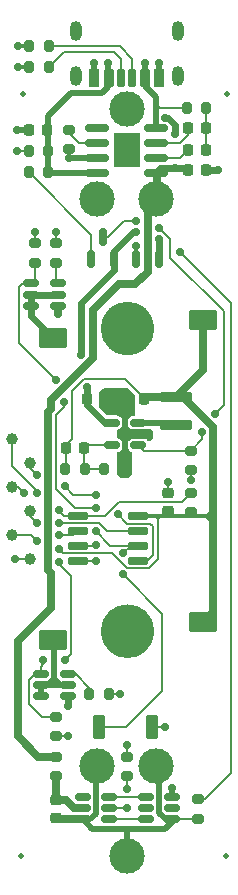
<source format=gbr>
%TF.GenerationSoftware,KiCad,Pcbnew,9.0.3*%
%TF.CreationDate,2025-11-14T23:12:01-05:00*%
%TF.ProjectId,Photon,50686f74-6f6e-42e6-9b69-6361645f7063,1.3*%
%TF.SameCoordinates,Original*%
%TF.FileFunction,Copper,L1,Top*%
%TF.FilePolarity,Positive*%
%FSLAX46Y46*%
G04 Gerber Fmt 4.6, Leading zero omitted, Abs format (unit mm)*
G04 Created by KiCad (PCBNEW 9.0.3) date 2025-11-14 23:12:01*
%MOMM*%
%LPD*%
G01*
G04 APERTURE LIST*
G04 Aperture macros list*
%AMRoundRect*
0 Rectangle with rounded corners*
0 $1 Rounding radius*
0 $2 $3 $4 $5 $6 $7 $8 $9 X,Y pos of 4 corners*
0 Add a 4 corners polygon primitive as box body*
4,1,4,$2,$3,$4,$5,$6,$7,$8,$9,$2,$3,0*
0 Add four circle primitives for the rounded corners*
1,1,$1+$1,$2,$3*
1,1,$1+$1,$4,$5*
1,1,$1+$1,$6,$7*
1,1,$1+$1,$8,$9*
0 Add four rect primitives between the rounded corners*
20,1,$1+$1,$2,$3,$4,$5,0*
20,1,$1+$1,$4,$5,$6,$7,0*
20,1,$1+$1,$6,$7,$8,$9,0*
20,1,$1+$1,$8,$9,$2,$3,0*%
G04 Aperture macros list end*
%TA.AperFunction,EtchedComponent*%
%ADD10C,2.259000*%
%TD*%
%TA.AperFunction,SMDPad,CuDef*%
%ADD11C,0.500000*%
%TD*%
%TA.AperFunction,SMDPad,CuDef*%
%ADD12RoundRect,0.218750X-0.218750X-0.256250X0.218750X-0.256250X0.218750X0.256250X-0.218750X0.256250X0*%
%TD*%
%TA.AperFunction,SMDPad,CuDef*%
%ADD13RoundRect,0.200000X-0.200000X-0.275000X0.200000X-0.275000X0.200000X0.275000X-0.200000X0.275000X0*%
%TD*%
%TA.AperFunction,SMDPad,CuDef*%
%ADD14RoundRect,0.150000X0.150000X-0.587500X0.150000X0.587500X-0.150000X0.587500X-0.150000X-0.587500X0*%
%TD*%
%TA.AperFunction,ComponentPad*%
%ADD15C,3.000000*%
%TD*%
%TA.AperFunction,SMDPad,CuDef*%
%ADD16RoundRect,0.150000X-0.725000X-0.150000X0.725000X-0.150000X0.725000X0.150000X-0.725000X0.150000X0*%
%TD*%
%TA.AperFunction,SMDPad,CuDef*%
%ADD17RoundRect,0.225000X0.225000X0.250000X-0.225000X0.250000X-0.225000X-0.250000X0.225000X-0.250000X0*%
%TD*%
%TA.AperFunction,SMDPad,CuDef*%
%ADD18C,1.000000*%
%TD*%
%TA.AperFunction,SMDPad,CuDef*%
%ADD19RoundRect,0.175000X0.175000X0.625000X-0.175000X0.625000X-0.175000X-0.625000X0.175000X-0.625000X0*%
%TD*%
%TA.AperFunction,SMDPad,CuDef*%
%ADD20RoundRect,0.200000X0.200000X0.600000X-0.200000X0.600000X-0.200000X-0.600000X0.200000X-0.600000X0*%
%TD*%
%TA.AperFunction,SMDPad,CuDef*%
%ADD21RoundRect,0.225000X0.225000X0.575000X-0.225000X0.575000X-0.225000X-0.575000X0.225000X-0.575000X0*%
%TD*%
%TA.AperFunction,HeatsinkPad*%
%ADD22O,1.000000X1.700000*%
%TD*%
%TA.AperFunction,SMDPad,CuDef*%
%ADD23RoundRect,0.150000X0.512500X0.150000X-0.512500X0.150000X-0.512500X-0.150000X0.512500X-0.150000X0*%
%TD*%
%TA.AperFunction,SMDPad,CuDef*%
%ADD24RoundRect,0.225000X-0.225000X-0.250000X0.225000X-0.250000X0.225000X0.250000X-0.225000X0.250000X0*%
%TD*%
%TA.AperFunction,SMDPad,CuDef*%
%ADD25RoundRect,0.225000X-0.250000X0.225000X-0.250000X-0.225000X0.250000X-0.225000X0.250000X0.225000X0*%
%TD*%
%TA.AperFunction,SMDPad,CuDef*%
%ADD26RoundRect,0.150000X-0.512500X-0.150000X0.512500X-0.150000X0.512500X0.150000X-0.512500X0.150000X0*%
%TD*%
%TA.AperFunction,SMDPad,CuDef*%
%ADD27RoundRect,0.200000X0.200000X0.275000X-0.200000X0.275000X-0.200000X-0.275000X0.200000X-0.275000X0*%
%TD*%
%TA.AperFunction,SMDPad,CuDef*%
%ADD28RoundRect,0.105000X-0.420000X-0.895000X0.420000X-0.895000X0.420000X0.895000X-0.420000X0.895000X0*%
%TD*%
%TA.AperFunction,SMDPad,CuDef*%
%ADD29RoundRect,0.200000X-0.275000X0.200000X-0.275000X-0.200000X0.275000X-0.200000X0.275000X0.200000X0*%
%TD*%
%TA.AperFunction,SMDPad,CuDef*%
%ADD30RoundRect,0.200000X0.275000X-0.200000X0.275000X0.200000X-0.275000X0.200000X-0.275000X-0.200000X0*%
%TD*%
%TA.AperFunction,SMDPad,CuDef*%
%ADD31RoundRect,0.120000X1.230000X-0.280000X1.230000X0.280000X-1.230000X0.280000X-1.230000X-0.280000X0*%
%TD*%
%TA.AperFunction,SMDPad,CuDef*%
%ADD32RoundRect,0.255000X0.945000X0.595000X-0.945000X0.595000X-0.945000X-0.595000X0.945000X-0.595000X0*%
%TD*%
%TA.AperFunction,SMDPad,CuDef*%
%ADD33RoundRect,0.225000X0.250000X-0.225000X0.250000X0.225000X-0.250000X0.225000X-0.250000X-0.225000X0*%
%TD*%
%TA.AperFunction,SMDPad,CuDef*%
%ADD34RoundRect,0.150000X-0.825000X-0.150000X0.825000X-0.150000X0.825000X0.150000X-0.825000X0.150000X0*%
%TD*%
%TA.AperFunction,HeatsinkPad*%
%ADD35R,2.290000X3.000000*%
%TD*%
%TA.AperFunction,ViaPad*%
%ADD36C,0.700000*%
%TD*%
%TA.AperFunction,Conductor*%
%ADD37C,0.200000*%
%TD*%
%TA.AperFunction,Conductor*%
%ADD38C,0.500000*%
%TD*%
%TA.AperFunction,Conductor*%
%ADD39C,0.600000*%
%TD*%
%TA.AperFunction,Conductor*%
%ADD40C,0.700000*%
%TD*%
%TA.AperFunction,Conductor*%
%ADD41C,0.300000*%
%TD*%
G04 APERTURE END LIST*
%TO.C,D5*%
D10*
X54088500Y-47017000D02*
G75*
G02*
X51829500Y-47017000I-1129500J0D01*
G01*
X51829500Y-47017000D02*
G75*
G02*
X54088500Y-47017000I1129500J0D01*
G01*
%TO.C,D6*%
X54088500Y-72644000D02*
G75*
G02*
X51829500Y-72644000I-1129500J0D01*
G01*
X51829500Y-72644000D02*
G75*
G02*
X54088500Y-72644000I1129500J0D01*
G01*
%TD*%
D11*
%TO.P,FID2,*%
%TO.N,*%
X61264800Y-91694000D03*
%TD*%
D12*
%TO.P,D2,2,A*%
%TO.N,/LED_PWR*%
X59613900Y-30073600D03*
%TO.P,D2,1,K*%
%TO.N,/STAT1*%
X58038900Y-30073600D03*
%TD*%
D13*
%TO.P,R7,2*%
%TO.N,/LED_PWR*%
X59631400Y-28315600D03*
%TO.P,R7,1*%
%TO.N,5V*%
X57981400Y-28315600D03*
%TD*%
D12*
%TO.P,D1,2,A*%
%TO.N,/LED_PWR*%
X59613900Y-31871600D03*
%TO.P,D1,1,K*%
%TO.N,/STAT2*%
X58038900Y-31871600D03*
%TD*%
D14*
%TO.P,Q1,3,D*%
%TO.N,/BUCK_EN*%
X50850800Y-39245300D03*
%TO.P,Q1,2,S*%
%TO.N,PACK_SAFE*%
X51800800Y-41120300D03*
%TO.P,Q1,1,G*%
%TO.N,/DSBL*%
X49900800Y-41120300D03*
%TD*%
D15*
%TO.P,BT1,2,-*%
%TO.N,/Bat-*%
X52878800Y-91668000D03*
X50378800Y-84068000D03*
X55378800Y-84068000D03*
%TO.P,BT1,1,+*%
%TO.N,/Bat+*%
X50378800Y-36068000D03*
X55378800Y-36068000D03*
X52878800Y-28468000D03*
%TD*%
D16*
%TO.P,U1,1,~{RESET}/PB5*%
%TO.N,/RESET*%
X48733000Y-62865000D03*
%TO.P,U1,2,PB3*%
%TO.N,/LED2_EN*%
X48733000Y-64135000D03*
%TO.P,U1,3,PB4*%
%TO.N,/LED1_EN*%
X48733000Y-65405000D03*
%TO.P,U1,4,GND*%
%TO.N,GND*%
X48733000Y-66675000D03*
%TO.P,U1,5,PB0*%
%TO.N,/MOSI*%
X53883000Y-66675000D03*
%TO.P,U1,6,PB1*%
%TO.N,/MISO_BTN*%
X53883000Y-65405000D03*
%TO.P,U1,7,PB2*%
%TO.N,/SCK*%
X53883000Y-64135000D03*
%TO.P,U1,8,VCC*%
%TO.N,+3V3*%
X53883000Y-62865000D03*
%TD*%
D17*
%TO.P,C2,1*%
%TO.N,GND*%
X51080000Y-52959000D03*
%TO.P,C2,2*%
%TO.N,PACK_SAFE*%
X49530000Y-52959000D03*
%TD*%
D18*
%TO.P,TP8,1,1*%
%TO.N,/MISO_BTN*%
X43200210Y-60447400D03*
%TD*%
D19*
%TO.P,J1,A5,CC1*%
%TO.N,/CC1*%
X53378800Y-25786000D03*
D20*
%TO.P,J1,A9,VBUS*%
%TO.N,5V*%
X51358800Y-25786000D03*
D21*
%TO.P,J1,A12,GND*%
%TO.N,GND*%
X50128800Y-25786000D03*
D19*
%TO.P,J1,B5,CC2*%
%TO.N,/CC2*%
X52378800Y-25786000D03*
D20*
%TO.P,J1,B9,VBUS*%
%TO.N,5V*%
X54398800Y-25786000D03*
D21*
%TO.P,J1,B12,GND*%
%TO.N,GND*%
X55628800Y-25786000D03*
D22*
%TO.P,J1,S1,SHIELD*%
X57198800Y-25606000D03*
X57198800Y-21806000D03*
X48558800Y-25606000D03*
X48558800Y-21806000D03*
%TD*%
D23*
%TO.P,U6,1,S1*%
%TO.N,/Bat-*%
X56763500Y-88580000D03*
%TO.P,U6,2,D1/D2*%
%TO.N,unconnected-(U6-D1{slash}D2-Pad2)*%
X56763500Y-87630000D03*
%TO.P,U6,3,S2*%
%TO.N,GND*%
X56763500Y-86680000D03*
%TO.P,U6,4,G2*%
%TO.N,/OC*%
X54488500Y-86680000D03*
%TO.P,U6,5,D1/D2*%
%TO.N,unconnected-(U6-D1{slash}D2-Pad5)*%
X54488500Y-87630000D03*
%TO.P,U6,6,G1*%
%TO.N,/OD*%
X54488500Y-88580000D03*
%TD*%
D17*
%TO.P,C4,1*%
%TO.N,/FB*%
X49302000Y-57150000D03*
%TO.P,C4,2*%
%TO.N,+3V3*%
X47752000Y-57150000D03*
%TD*%
D18*
%TO.P,TP7,1,1*%
%TO.N,/MOSI*%
X44717224Y-58412074D03*
%TD*%
D23*
%TO.P,U5,1,OD*%
%TO.N,/OD*%
X51429500Y-88580000D03*
%TO.P,U5,2,VM*%
%TO.N,/VM*%
X51429500Y-87630000D03*
%TO.P,U5,3,OC*%
%TO.N,/OC*%
X51429500Y-86680000D03*
%TO.P,U5,4,TD*%
%TO.N,unconnected-(U5-TD-Pad4)*%
X49154500Y-86680000D03*
%TO.P,U5,5,VCC*%
%TO.N,/DW01A_VCC*%
X49154500Y-87630000D03*
%TO.P,U5,6,GND*%
%TO.N,/Bat-*%
X49154500Y-88580000D03*
%TD*%
D13*
%TO.P,R9,1*%
%TO.N,/FB*%
X51004000Y-58928000D03*
%TO.P,R9,2*%
%TO.N,GND*%
X52654000Y-58928000D03*
%TD*%
D24*
%TO.P,C5,1*%
%TO.N,GND*%
X52832000Y-52959000D03*
%TO.P,C5,2*%
%TO.N,+3V3*%
X54382000Y-52959000D03*
%TD*%
D11*
%TO.P,FID3,*%
%TO.N,*%
X44145200Y-27127200D03*
%TD*%
D13*
%TO.P,R4,1*%
%TO.N,/DSBL*%
X44578000Y-33776500D03*
%TO.P,R4,2*%
%TO.N,5V*%
X46228000Y-33776500D03*
%TD*%
D25*
%TO.P,C1,1*%
%TO.N,GND*%
X56388000Y-60947000D03*
%TO.P,C1,2*%
%TO.N,+3V3*%
X56388000Y-62497000D03*
%TD*%
D26*
%TO.P,U4,1,EN*%
%TO.N,/LED1_EN*%
X44787428Y-43182724D03*
%TO.P,U4,2,OUT*%
%TO.N,/OUT_LED1*%
X44787428Y-44132724D03*
%TO.P,U4,3,OUT*%
X44787428Y-45082724D03*
%TO.P,U4,4,GND*%
%TO.N,GND*%
X47062428Y-45082724D03*
%TO.P,U4,5,OUT*%
%TO.N,/OUT_LED1*%
X47062428Y-44132724D03*
%TO.P,U4,6,Rext*%
%TO.N,/Rext1*%
X47062428Y-43182724D03*
%TD*%
D27*
%TO.P,R2,1*%
%TO.N,/CC2*%
X46291000Y-24892000D03*
%TO.P,R2,2*%
%TO.N,GND*%
X44641000Y-24892000D03*
%TD*%
%TO.P,R1,1*%
%TO.N,/CC1*%
X46291000Y-23114000D03*
%TO.P,R1,2*%
%TO.N,GND*%
X44641000Y-23114000D03*
%TD*%
D13*
%TO.P,R16,1*%
%TO.N,/Rext2*%
X49721000Y-77978000D03*
%TO.P,R16,2*%
%TO.N,GND*%
X51371000Y-77978000D03*
%TD*%
D28*
%TO.P,SW1,1,1*%
%TO.N,/MISO_BTN*%
X50546000Y-80772000D03*
%TO.P,SW1,2,2*%
%TO.N,GND*%
X54991000Y-80772000D03*
%TD*%
D18*
%TO.P,TP12,1,1*%
%TO.N,/SCK*%
X44742507Y-62482726D03*
%TD*%
D29*
%TO.P,R10,1*%
%TO.N,/Iset*%
X48006000Y-30163000D03*
%TO.P,R10,2*%
%TO.N,GND*%
X48006000Y-31813000D03*
%TD*%
D18*
%TO.P,TP9,1,1*%
%TO.N,+3V3*%
X43187568Y-64492769D03*
%TD*%
D30*
%TO.P,R12,1*%
%TO.N,/LED1_EN*%
X45085000Y-41455000D03*
%TO.P,R12,2*%
%TO.N,GND*%
X45085000Y-39805000D03*
%TD*%
D18*
%TO.P,TP13,1,1*%
%TO.N,/RESET*%
X43143297Y-56388000D03*
%TD*%
D14*
%TO.P,Q2,1,G*%
%TO.N,/BAT_DSBL*%
X53710800Y-41120300D03*
%TO.P,Q2,2,S*%
%TO.N,PACK_SAFE*%
X55610800Y-41120300D03*
%TO.P,Q2,3,D*%
%TO.N,/Bat+*%
X54660800Y-39245300D03*
%TD*%
D26*
%TO.P,U7,1,EN*%
%TO.N,/LED2_EN*%
X45617500Y-76247000D03*
%TO.P,U7,2,OUT*%
%TO.N,/OUT_LED2*%
X45617500Y-77197000D03*
%TO.P,U7,3,OUT*%
X45617500Y-78147000D03*
%TO.P,U7,4,GND*%
%TO.N,GND*%
X47892500Y-78147000D03*
%TO.P,U7,5,OUT*%
%TO.N,/OUT_LED2*%
X47892500Y-77197000D03*
%TO.P,U7,6,Rext*%
%TO.N,/Rext2*%
X47892500Y-76247000D03*
%TD*%
D29*
%TO.P,R14,1*%
%TO.N,/Bat+*%
X46888400Y-83249000D03*
%TO.P,R14,2*%
%TO.N,/DW01A_VCC*%
X46888400Y-84899000D03*
%TD*%
D30*
%TO.P,R18,1*%
%TO.N,+3V3*%
X58369200Y-62547000D03*
%TO.P,R18,2*%
%TO.N,/RESET*%
X58369200Y-60897000D03*
%TD*%
D27*
%TO.P,R5,1*%
%TO.N,5V*%
X46228000Y-31974500D03*
%TO.P,R5,2*%
%TO.N,GND*%
X44578000Y-31974500D03*
%TD*%
D31*
%TO.P,L1,1,1*%
%TO.N,/LX*%
X57038386Y-55143400D03*
%TO.P,L1,2,2*%
%TO.N,+3V3*%
X57038386Y-52832000D03*
%TD*%
D11*
%TO.P,FID1,*%
%TO.N,*%
X61417200Y-27127200D03*
%TD*%
D30*
%TO.P,R19,1*%
%TO.N,/Bat-*%
X58928000Y-88505800D03*
%TO.P,R19,2*%
%TO.N,/BAT_DSBL*%
X58928000Y-86855800D03*
%TD*%
D32*
%TO.P,D5,1,K*%
%TO.N,/OUT_LED1*%
X46609000Y-47779000D03*
%TO.P,D5,2,A*%
%TO.N,+3V3*%
X59309000Y-46255000D03*
%TD*%
D11*
%TO.P,FID2,*%
%TO.N,*%
X43942000Y-91694000D03*
%TD*%
D33*
%TO.P,C7,1*%
%TO.N,/Bat-*%
X46888400Y-88455800D03*
%TO.P,C7,2*%
%TO.N,/DW01A_VCC*%
X46888400Y-86905800D03*
%TD*%
D13*
%TO.P,R8,1*%
%TO.N,+3V3*%
X47702000Y-58928000D03*
%TO.P,R8,2*%
%TO.N,/FB*%
X49352000Y-58928000D03*
%TD*%
D29*
%TO.P,R17,1*%
%TO.N,GND*%
X52878800Y-83249000D03*
%TO.P,R17,2*%
%TO.N,/VM*%
X52878800Y-84899000D03*
%TD*%
D18*
%TO.P,TP1,1,1*%
%TO.N,GND*%
X44714882Y-66548000D03*
%TD*%
D23*
%TO.P,U2,1,EN*%
%TO.N,/BUCK_EN*%
X53889500Y-56891000D03*
%TO.P,U2,2,GND*%
%TO.N,GND*%
X53889500Y-55941000D03*
%TO.P,U2,3,LX*%
%TO.N,/LX*%
X53889500Y-54991000D03*
%TO.P,U2,4,Vin*%
%TO.N,PACK_SAFE*%
X51614500Y-54991000D03*
%TO.P,U2,5,FB*%
%TO.N,/FB*%
X51614500Y-56891000D03*
%TD*%
D30*
%TO.P,R13,1*%
%TO.N,/Rext1*%
X46863000Y-41455000D03*
%TO.P,R13,2*%
%TO.N,GND*%
X46863000Y-39805000D03*
%TD*%
D29*
%TO.P,R15,1*%
%TO.N,/LED2_EN*%
X46888400Y-79896200D03*
%TO.P,R15,2*%
%TO.N,GND*%
X46888400Y-81546200D03*
%TD*%
%TO.P,R6,1*%
%TO.N,/BUCK_EN*%
X58369200Y-57341000D03*
%TO.P,R6,2*%
%TO.N,GND*%
X58369200Y-58991000D03*
%TD*%
D34*
%TO.P,U3,1*%
%TO.N,N/C*%
X50403800Y-30009400D03*
%TO.P,U3,2,ISET*%
%TO.N,/Iset*%
X50403800Y-31279400D03*
%TO.P,U3,3,VSS*%
%TO.N,GND*%
X50403800Y-32549400D03*
%TO.P,U3,4,VIN*%
%TO.N,5V*%
X50403800Y-33819400D03*
%TO.P,U3,5,VBAT*%
%TO.N,/Bat+*%
X55353800Y-33819400D03*
%TO.P,U3,6,STAT2*%
%TO.N,/STAT2*%
X55353800Y-32549400D03*
%TO.P,U3,7,STAT1*%
%TO.N,/STAT1*%
X55353800Y-31279400D03*
%TO.P,U3,8,EN*%
%TO.N,5V*%
X55353800Y-30009400D03*
D35*
%TO.P,U3,9*%
%TO.N,N/C*%
X52878800Y-31914400D03*
%TD*%
D32*
%TO.P,D6,1,K*%
%TO.N,/OUT_LED2*%
X46609000Y-73406000D03*
%TO.P,D6,2,A*%
%TO.N,+3V3*%
X59309000Y-71882000D03*
%TD*%
D17*
%TO.P,C6,1*%
%TO.N,GND*%
X59601400Y-33629600D03*
%TO.P,C6,2*%
%TO.N,/Bat+*%
X58051400Y-33629600D03*
%TD*%
D24*
%TO.P,C3,1*%
%TO.N,GND*%
X44628000Y-30226000D03*
%TO.P,C3,2*%
%TO.N,5V*%
X46178000Y-30226000D03*
%TD*%
D36*
%TO.N,GND*%
X50292000Y-66675000D03*
X43628000Y-31974500D03*
X55626000Y-24526000D03*
X52705000Y-55880000D03*
X56388000Y-59994800D03*
X60579000Y-33629600D03*
X43434000Y-66548000D03*
X47892500Y-78994000D03*
X43688000Y-23114000D03*
X50128800Y-24526000D03*
X48006000Y-32549400D03*
X43688000Y-24892000D03*
X58369200Y-59842400D03*
X46863000Y-38862000D03*
X45085000Y-38852000D03*
X52878800Y-82296000D03*
X43628000Y-30220500D03*
X52324000Y-77978000D03*
X47062428Y-45820724D03*
X47955200Y-81546200D03*
X56134000Y-80772000D03*
X56763500Y-85902800D03*
%TO.N,/SCK*%
X45328000Y-63500000D03*
X47128000Y-63500000D03*
%TO.N,/LED2_EN*%
X47639116Y-75057000D03*
X47128000Y-66802000D03*
X47128000Y-64516000D03*
X45836000Y-75057000D03*
%TO.N,/LED1_EN*%
X47610000Y-53230792D03*
X50292000Y-62215000D03*
X50292000Y-65374000D03*
X46925103Y-51370103D03*
%TO.N,/MOSI*%
X45328000Y-59436000D03*
X52115428Y-62753196D03*
X47640000Y-60373380D03*
X50292000Y-61087000D03*
%TO.N,+3V3*%
X45328000Y-65024000D03*
X47128000Y-65657603D03*
%TO.N,PACK_SAFE*%
X53710800Y-38825589D03*
X55633920Y-39474680D03*
X49537620Y-51965620D03*
X49022000Y-49273206D03*
%TO.N,/RESET*%
X45328000Y-60960000D03*
X47128000Y-62372000D03*
%TO.N,5V*%
X54398800Y-24526000D03*
X51308000Y-24526000D03*
%TO.N,/BUCK_EN*%
X60330460Y-54223541D03*
X55633920Y-38522187D03*
X53710800Y-37896800D03*
X59305800Y-55750334D03*
%TO.N,/VM*%
X52878800Y-86030000D03*
X52878800Y-87630000D03*
%TO.N,/Bat+*%
X56997600Y-30530800D03*
X56997600Y-33439800D03*
X56153800Y-29159400D03*
%TO.N,/MISO_BTN*%
X44196000Y-60960000D03*
X52578000Y-66040000D03*
X52566464Y-67837827D03*
X50292000Y-64184000D03*
%TO.N,/BAT_DSBL*%
X57404000Y-40538400D03*
X53710800Y-40030400D03*
%TD*%
D37*
%TO.N,5V*%
X55829200Y-28315600D02*
X55638600Y-28315600D01*
D38*
X55353800Y-28600400D02*
X55353800Y-30009400D01*
D37*
X55638600Y-28315600D02*
X55353800Y-28600400D01*
X55678600Y-28315600D02*
X55353800Y-27990800D01*
X55829200Y-28315600D02*
X55678600Y-28315600D01*
D38*
X55353800Y-27990800D02*
X55353800Y-28295600D01*
D37*
X55829200Y-28315600D02*
X55373800Y-28315600D01*
X57981400Y-28315600D02*
X55829200Y-28315600D01*
D38*
X55353800Y-27413800D02*
X55353800Y-27990800D01*
D37*
X55373800Y-28315600D02*
X55353800Y-28295600D01*
D38*
X55353800Y-28295600D02*
X55353800Y-28600400D01*
D37*
%TO.N,/STAT1*%
X58038900Y-30655500D02*
X58038900Y-30073600D01*
X57415000Y-31279400D02*
X58038900Y-30655500D01*
X55353800Y-31279400D02*
X57415000Y-31279400D01*
D39*
%TO.N,/Bat+*%
X56997600Y-29753390D02*
X56403610Y-29159400D01*
X56403610Y-29159400D02*
X56153800Y-29159400D01*
X56997600Y-30530800D02*
X56997600Y-29753390D01*
D37*
%TO.N,/STAT2*%
X57361100Y-32549400D02*
X58038900Y-31871600D01*
X55353800Y-32549400D02*
X57361100Y-32549400D01*
%TO.N,/LED_PWR*%
X59613900Y-28333100D02*
X59613900Y-31615100D01*
%TO.N,GND*%
X46888400Y-81546200D02*
X47955200Y-81546200D01*
D38*
X43628000Y-30220500D02*
X44628000Y-30220500D01*
D37*
X56388000Y-59994800D02*
X56388000Y-60947000D01*
X43628000Y-31974500D02*
X44578000Y-31974500D01*
D39*
X59601400Y-33629600D02*
X60579000Y-33629600D01*
D37*
X45085000Y-38852000D02*
X45085000Y-39805000D01*
X46863000Y-39805000D02*
X46863000Y-38862000D01*
X48006000Y-31813000D02*
X48006000Y-32627000D01*
X58369200Y-59842400D02*
X58369200Y-58991000D01*
D40*
X47062428Y-45082724D02*
X47062428Y-45820724D01*
D37*
X52878800Y-82342800D02*
X52878800Y-83249000D01*
X43434000Y-66548000D02*
X44714882Y-66548000D01*
D39*
X47892500Y-78147000D02*
X47892500Y-78994000D01*
D38*
X48006000Y-32627000D02*
X48083600Y-32549400D01*
X48083600Y-32549400D02*
X50326200Y-32549400D01*
D37*
X56134000Y-80772000D02*
X54991000Y-80772000D01*
D41*
X43688000Y-24892000D02*
X44641000Y-24892000D01*
D38*
X55628800Y-24528800D02*
X55628800Y-26040000D01*
D37*
X50292000Y-66675000D02*
X48733000Y-66675000D01*
D38*
X56763500Y-85902800D02*
X56763500Y-86680000D01*
X50128800Y-24526000D02*
X50128800Y-26040000D01*
D41*
X43688000Y-23114000D02*
X44641000Y-23114000D01*
D38*
X55626000Y-24526000D02*
X55628800Y-24528800D01*
D37*
X52324000Y-77978000D02*
X51371000Y-77978000D01*
%TO.N,/FB*%
X49302000Y-57150000D02*
X49302000Y-58878000D01*
X49302000Y-57150000D02*
X49561000Y-56891000D01*
X51397000Y-56891000D02*
X51402000Y-56896000D01*
X49561000Y-56891000D02*
X51397000Y-56891000D01*
X49352000Y-58928000D02*
X51004000Y-58928000D01*
X49302000Y-58878000D02*
X49352000Y-58928000D01*
D39*
%TO.N,/OUT_LED1*%
X44787428Y-45082724D02*
X44787428Y-45910628D01*
X44787428Y-45082724D02*
X44787428Y-44132724D01*
X44787428Y-45910628D02*
X46655800Y-47779000D01*
X44787428Y-44132724D02*
X47078499Y-44132724D01*
D38*
%TO.N,/OUT_LED2*%
X45617500Y-77197000D02*
X46241999Y-77197000D01*
X46736000Y-76702999D02*
X46736000Y-76581000D01*
X46736000Y-76740999D02*
X46736000Y-76581000D01*
X46241999Y-77197000D02*
X46736000Y-76702999D01*
X47892500Y-77197000D02*
X47230001Y-77197000D01*
X46736000Y-73486200D02*
X46655800Y-73406000D01*
X46736000Y-76581000D02*
X46736000Y-73486200D01*
X47230001Y-77197000D02*
X46736000Y-76702999D01*
X47892500Y-77197000D02*
X45617500Y-77197000D01*
X45617500Y-78147000D02*
X45617500Y-77197000D01*
%TO.N,/LX*%
X56885986Y-54991000D02*
X57038386Y-55143400D01*
X53776500Y-54991000D02*
X56885986Y-54991000D01*
X57038386Y-55143400D02*
X57112200Y-55143400D01*
D37*
%TO.N,/SCK*%
X44742507Y-62914507D02*
X44742507Y-62482726D01*
X45328000Y-63500000D02*
X44742507Y-62914507D01*
X51181000Y-64135000D02*
X53883000Y-64135000D01*
X47128000Y-63500000D02*
X50546000Y-63500000D01*
X50546000Y-63500000D02*
X51181000Y-64135000D01*
%TO.N,/LED2_EN*%
X45617500Y-76247000D02*
X45165000Y-76247000D01*
X47128000Y-64516000D02*
X48352000Y-64516000D01*
X44654000Y-78819567D02*
X45730633Y-79896200D01*
X45165000Y-76247000D02*
X44654000Y-76758000D01*
X47133000Y-66807000D02*
X47133000Y-66945000D01*
X45617500Y-76034500D02*
X45405000Y-76247000D01*
X45730633Y-79896200D02*
X46888400Y-79896200D01*
X45836000Y-75454000D02*
X45617500Y-75672500D01*
X48156800Y-67968800D02*
X48156800Y-74539316D01*
X48352000Y-64516000D02*
X48733000Y-64135000D01*
X45836000Y-75057000D02*
X45836000Y-75454000D01*
X48156800Y-74539316D02*
X47639116Y-75057000D01*
X44654000Y-76758000D02*
X44654000Y-78819567D01*
X45617500Y-75672500D02*
X45617500Y-76034500D01*
X47133000Y-66945000D02*
X48156800Y-67968800D01*
X47128000Y-66802000D02*
X47133000Y-66807000D01*
%TO.N,/LED1_EN*%
X48733000Y-65405000D02*
X50397762Y-65405000D01*
X46879000Y-54365400D02*
X46879000Y-60595000D01*
X44124929Y-43182724D02*
X44787428Y-43182724D01*
X50397762Y-65405000D02*
X50428762Y-65374000D01*
X47610000Y-53230792D02*
X47610000Y-53634400D01*
X45085000Y-42885152D02*
X44787428Y-43182724D01*
X45085000Y-41455000D02*
X45085000Y-42885152D01*
X46925103Y-51370103D02*
X43789600Y-48234600D01*
X47610000Y-53634400D02*
X46879000Y-54365400D01*
X46879000Y-60595000D02*
X48499000Y-62215000D01*
X43789600Y-43518053D02*
X44124929Y-43182724D01*
X43789600Y-48234600D02*
X43789600Y-43518053D01*
X48499000Y-62215000D02*
X50292000Y-62215000D01*
%TO.N,/MOSI*%
X48353620Y-61087000D02*
X47640000Y-60373380D01*
X55118000Y-63754000D02*
X55118000Y-66177500D01*
X45328000Y-59436000D02*
X44717224Y-58825224D01*
X54898000Y-63534000D02*
X55118000Y-63754000D01*
X44717224Y-58825224D02*
X44717224Y-58412074D01*
X50292000Y-61087000D02*
X48353620Y-61087000D01*
X52115428Y-62753196D02*
X52896232Y-63534000D01*
X52896232Y-63534000D02*
X54898000Y-63534000D01*
X54620500Y-66675000D02*
X53883000Y-66675000D01*
X55118000Y-66177500D02*
X54620500Y-66675000D01*
%TO.N,/Rext1*%
X47062428Y-43182724D02*
X47244000Y-43001152D01*
X46863000Y-42983296D02*
X47062428Y-43182724D01*
X47274928Y-43182724D02*
X47274928Y-42970224D01*
X46863000Y-41455000D02*
X46863000Y-42983296D01*
%TO.N,/Rext2*%
X49721000Y-77407000D02*
X49721000Y-77978000D01*
X48561000Y-76247000D02*
X49721000Y-77407000D01*
X48105000Y-76247000D02*
X48561000Y-76247000D01*
D40*
%TO.N,+3V3*%
X59355800Y-71882000D02*
X60205800Y-71032000D01*
D37*
X47128000Y-65657603D02*
X47494397Y-66024000D01*
D41*
X53883000Y-62865000D02*
X55245000Y-62865000D01*
D37*
X44796769Y-64492769D02*
X43187568Y-64492769D01*
D40*
X59355800Y-50514586D02*
X59355800Y-46393214D01*
D37*
X51641346Y-66024000D02*
X52893346Y-67276000D01*
X54798968Y-67276000D02*
X55519000Y-66555968D01*
D40*
X57038386Y-52832000D02*
X59355800Y-50514586D01*
D41*
X55626000Y-62865000D02*
X55753000Y-62865000D01*
X55245000Y-62865000D02*
X55626000Y-62865000D01*
D37*
X54382000Y-52565430D02*
X53988430Y-52565430D01*
D41*
X59436000Y-62865000D02*
X60205800Y-62865000D01*
D37*
X47494397Y-66024000D02*
X51641346Y-66024000D01*
X55519000Y-63119000D02*
X55519000Y-63099000D01*
X47752000Y-57150000D02*
X47752000Y-58878000D01*
X48260000Y-56399790D02*
X47752000Y-56907790D01*
X55519000Y-66555968D02*
X55519000Y-63119000D01*
D40*
X57666125Y-52832000D02*
X57038386Y-52832000D01*
D37*
X55519000Y-63119000D02*
X55519000Y-63012000D01*
X52893346Y-67276000D02*
X54798968Y-67276000D01*
X49276000Y-51308000D02*
X48260000Y-52324000D01*
D41*
X59436000Y-62865000D02*
X59570800Y-62865000D01*
D37*
X48260000Y-52324000D02*
X48260000Y-56399790D01*
X55519000Y-63012000D02*
X55372000Y-62865000D01*
D40*
X60205800Y-62357000D02*
X60205800Y-55371675D01*
D37*
X45328000Y-65024000D02*
X44796769Y-64492769D01*
X53988430Y-52565430D02*
X52731000Y-51308000D01*
X47752000Y-58878000D02*
X47702000Y-58928000D01*
D40*
X60205800Y-63500000D02*
X60205800Y-62357000D01*
D41*
X59570800Y-62865000D02*
X60205800Y-63500000D01*
X59436000Y-62865000D02*
X59697800Y-62865000D01*
X59697800Y-62865000D02*
X60205800Y-62357000D01*
D37*
X52731000Y-51308000D02*
X49276000Y-51308000D01*
X47752000Y-56907790D02*
X47752000Y-57150000D01*
D40*
X60205800Y-55371675D02*
X57666125Y-52832000D01*
D37*
X55499000Y-63119000D02*
X55245000Y-62865000D01*
D41*
X55753000Y-62865000D02*
X59436000Y-62865000D01*
D37*
X55519000Y-63099000D02*
X55753000Y-62865000D01*
X55519000Y-63119000D02*
X55499000Y-63119000D01*
D40*
X54382000Y-52832000D02*
X57038386Y-52832000D01*
X60205800Y-71032000D02*
X60205800Y-63500000D01*
D39*
%TO.N,PACK_SAFE*%
X51397000Y-54991000D02*
X51028600Y-54991000D01*
X55610800Y-39497800D02*
X55610800Y-41120300D01*
X49530000Y-52224000D02*
X49530000Y-52959000D01*
X53405917Y-38855764D02*
X51800800Y-40460881D01*
X51028600Y-54991000D02*
X49530000Y-53492400D01*
X53710800Y-38825589D02*
X53680625Y-38855764D01*
X49530000Y-53492400D02*
X49530000Y-52959000D01*
X49537620Y-52216380D02*
X49530000Y-52224000D01*
X55633920Y-39474680D02*
X55610800Y-39497800D01*
X49022000Y-44831000D02*
X51800800Y-42052200D01*
X51800800Y-42052200D02*
X51800800Y-41120300D01*
X53680625Y-38855764D02*
X53405917Y-38855764D01*
X49022000Y-49273206D02*
X49022000Y-44831000D01*
X49537620Y-51965620D02*
X49537620Y-52216380D01*
D37*
%TO.N,/RESET*%
X47621000Y-62865000D02*
X47128000Y-62372000D01*
X57568200Y-61698000D02*
X58369200Y-60897000D01*
X48733000Y-62865000D02*
X51082970Y-62865000D01*
X51082970Y-62865000D02*
X52249970Y-61698000D01*
X43143297Y-58637297D02*
X43143297Y-56388000D01*
X52249970Y-61698000D02*
X57568200Y-61698000D01*
X45212000Y-60706000D02*
X43143297Y-58637297D01*
X48733000Y-62865000D02*
X47621000Y-62865000D01*
X45212000Y-60981400D02*
X45212000Y-60706000D01*
X45328000Y-61097400D02*
X45212000Y-60981400D01*
D38*
%TO.N,5V*%
X54398800Y-24526000D02*
X54398800Y-26458800D01*
X51308000Y-26543000D02*
X51308000Y-24426800D01*
X50403800Y-33819400D02*
X46270900Y-33819400D01*
X54398800Y-26458800D02*
X55353800Y-27413800D01*
X51308000Y-24526000D02*
X51358800Y-24576800D01*
X46228000Y-29015804D02*
X48206804Y-27037000D01*
X46270900Y-33819400D02*
X46228000Y-33776500D01*
X51308000Y-24426800D02*
X51308000Y-24526000D01*
X46228000Y-33776500D02*
X46228000Y-29015804D01*
X51358800Y-25786000D02*
X51308000Y-25836800D01*
X48206804Y-27037000D02*
X50814000Y-27037000D01*
X46348500Y-33897000D02*
X46228000Y-33776500D01*
X50814000Y-27037000D02*
X51308000Y-26543000D01*
D40*
%TO.N,/DW01A_VCC*%
X46888400Y-86905800D02*
X46888400Y-84899000D01*
X48446478Y-87630000D02*
X47722278Y-86905800D01*
X47722278Y-86905800D02*
X46888400Y-86905800D01*
X49154500Y-87630000D02*
X48446478Y-87630000D01*
D37*
%TO.N,/CC1*%
X53378800Y-26040000D02*
X53378800Y-24168800D01*
X52324000Y-23114000D02*
X46291000Y-23114000D01*
X53378800Y-24168800D02*
X52324000Y-23114000D01*
%TO.N,/CC2*%
X52378800Y-24184800D02*
X51816000Y-23622000D01*
X47561000Y-23622000D02*
X46291000Y-24892000D01*
X52378800Y-26040000D02*
X52378800Y-24184800D01*
X51816000Y-23622000D02*
X47561000Y-23622000D01*
%TO.N,/DSBL*%
X44578000Y-34126609D02*
X44578000Y-33776500D01*
X49900800Y-41120300D02*
X49900800Y-39099300D01*
X49900800Y-39099300D02*
X44578000Y-33776500D01*
%TO.N,/BUCK_EN*%
X56549000Y-39437267D02*
X56549000Y-41004200D01*
X55633920Y-38522187D02*
X56549000Y-39437267D01*
X58369200Y-57341000D02*
X54339500Y-57341000D01*
X59305800Y-55750334D02*
X59305800Y-56404400D01*
X61087000Y-45542200D02*
X61087000Y-53467001D01*
X59305800Y-56404400D02*
X58369200Y-57341000D01*
X51280300Y-39245300D02*
X52628800Y-37896800D01*
X56549000Y-41004200D02*
X61087000Y-45542200D01*
X54339500Y-57341000D02*
X53889500Y-56891000D01*
X61087000Y-53467001D02*
X60330460Y-54223541D01*
X52628800Y-37896800D02*
X53710800Y-37896800D01*
X50850800Y-39245300D02*
X51280300Y-39245300D01*
%TO.N,/Iset*%
X48868400Y-31279400D02*
X48006000Y-30417000D01*
X48006000Y-30417000D02*
X48006000Y-30163000D01*
X50326200Y-31279400D02*
X48868400Y-31279400D01*
X48006000Y-30163000D02*
X48006000Y-30290000D01*
%TO.N,/VM*%
X51642000Y-87630000D02*
X52878800Y-87630000D01*
X52878800Y-86030000D02*
X52878800Y-84899000D01*
%TO.N,/OD*%
X51642000Y-88580000D02*
X54276000Y-88580000D01*
%TO.N,/OC*%
X51642000Y-86680000D02*
X54276000Y-86680000D01*
D40*
%TO.N,/Bat+*%
X43688000Y-81534000D02*
X43688000Y-73507600D01*
D39*
X56997600Y-33439800D02*
X55733400Y-33439800D01*
D40*
X52222400Y-43281600D02*
X53594000Y-43281600D01*
X50038000Y-49530000D02*
X50038000Y-45466000D01*
X46228000Y-54078937D02*
X46471000Y-53835937D01*
X46471000Y-53835937D02*
X46471000Y-53097000D01*
X43688000Y-73507600D02*
X46482000Y-70713600D01*
X54660800Y-42214800D02*
X54660800Y-39245300D01*
X46888400Y-83249000D02*
X45403000Y-83249000D01*
X50038000Y-45466000D02*
X52222400Y-43281600D01*
X46228000Y-67462400D02*
X46228000Y-54078937D01*
D39*
X58051400Y-33629600D02*
X57861600Y-33439800D01*
D40*
X54660800Y-36786000D02*
X55378800Y-36068000D01*
X46482000Y-67716400D02*
X46228000Y-67462400D01*
D39*
X53112800Y-28702000D02*
X52878800Y-28468000D01*
D40*
X53594000Y-43281600D02*
X54660800Y-42214800D01*
X45403000Y-83249000D02*
X43688000Y-81534000D01*
D39*
X57861600Y-33439800D02*
X56997600Y-33439800D01*
D40*
X46482000Y-70713600D02*
X46482000Y-67716400D01*
D39*
X55733400Y-33439800D02*
X55353800Y-33819400D01*
D40*
X54660800Y-39245300D02*
X54660800Y-36786000D01*
X55459000Y-36068000D02*
X55459000Y-33987000D01*
X46471000Y-53097000D02*
X50038000Y-49530000D01*
D38*
%TO.N,/Bat-*%
X50378800Y-84068000D02*
X50292000Y-84154800D01*
X52878800Y-91668000D02*
X52878800Y-89488200D01*
X55626000Y-88009999D02*
X56196001Y-88580000D01*
X49104500Y-88530000D02*
X49154500Y-88580000D01*
X56148000Y-89408000D02*
X56976000Y-88580000D01*
X52878800Y-89488200D02*
X52959000Y-89408000D01*
X50292000Y-88104999D02*
X49816999Y-88580000D01*
X50292000Y-84154800D02*
X50292000Y-88104999D01*
D39*
X55378800Y-84068000D02*
X55557000Y-84246200D01*
X56196001Y-88580000D02*
X56976000Y-88580000D01*
D37*
X58853800Y-88580000D02*
X56976000Y-88580000D01*
D38*
X55626000Y-84315200D02*
X55626000Y-88009999D01*
D37*
X58928000Y-88505800D02*
X58853800Y-88580000D01*
D40*
X47012600Y-88580000D02*
X49154500Y-88580000D01*
D38*
X55557000Y-84246200D02*
X55626000Y-84315200D01*
X52959000Y-89408000D02*
X56148000Y-89408000D01*
X49816999Y-88580000D02*
X49154500Y-88580000D01*
X49154500Y-88580000D02*
X49982500Y-89408000D01*
D40*
X46888400Y-88455800D02*
X47012600Y-88580000D01*
D38*
X49982500Y-89408000D02*
X52959000Y-89408000D01*
D37*
%TO.N,/MISO_BTN*%
X44196000Y-60960000D02*
X43683400Y-60447400D01*
X55880000Y-77724000D02*
X52832000Y-80772000D01*
X50292000Y-64184000D02*
X51513000Y-65405000D01*
X50158000Y-64184000D02*
X50292000Y-64184000D01*
X52566464Y-67837827D02*
X55880000Y-71151363D01*
X55880000Y-71151363D02*
X55880000Y-77724000D01*
X52832000Y-80772000D02*
X50546000Y-80772000D01*
X51513000Y-65405000D02*
X53883000Y-65405000D01*
X53213000Y-65405000D02*
X53883000Y-65405000D01*
X43683400Y-60447400D02*
X43200210Y-60447400D01*
X52578000Y-66040000D02*
X53213000Y-65405000D01*
%TO.N,/BAT_DSBL*%
X59510200Y-86855800D02*
X58928000Y-86855800D01*
X61722000Y-44856400D02*
X61722000Y-84644000D01*
X61722000Y-84644000D02*
X59510200Y-86855800D01*
X57404000Y-40538400D02*
X61722000Y-44856400D01*
X53710800Y-41120300D02*
X53710800Y-40030400D01*
%TD*%
%TA.AperFunction,Conductor*%
%TO.N,GND*%
G36*
X53012995Y-52089685D02*
G01*
X53033637Y-52106319D01*
X53557681Y-52630363D01*
X53591166Y-52691686D01*
X53594000Y-52718044D01*
X53594000Y-54316500D01*
X53574315Y-54383539D01*
X53521511Y-54429294D01*
X53470001Y-54440500D01*
X53345482Y-54440500D01*
X53264519Y-54453323D01*
X53251696Y-54455354D01*
X53138658Y-54512950D01*
X53138657Y-54512951D01*
X53138652Y-54512954D01*
X53048954Y-54602652D01*
X53048951Y-54602657D01*
X52991352Y-54715698D01*
X52976500Y-54809475D01*
X52976500Y-55172517D01*
X52987292Y-55240657D01*
X52991354Y-55266304D01*
X53048950Y-55379342D01*
X53048952Y-55379344D01*
X53048954Y-55379347D01*
X53138652Y-55469045D01*
X53138654Y-55469046D01*
X53138658Y-55469050D01*
X53251694Y-55526645D01*
X53251698Y-55526647D01*
X53345475Y-55541499D01*
X53345481Y-55541500D01*
X54433518Y-55541499D01*
X54527304Y-55526646D01*
X54569757Y-55505014D01*
X54626052Y-55491500D01*
X54889726Y-55491500D01*
X54893383Y-55492573D01*
X54897099Y-55491719D01*
X54926653Y-55502343D01*
X54956765Y-55511185D01*
X54960302Y-55514439D01*
X54962850Y-55515355D01*
X54988099Y-55540010D01*
X55028244Y-55592327D01*
X55041074Y-55609047D01*
X55057259Y-55637081D01*
X55094715Y-55727508D01*
X55103093Y-55758775D01*
X55116939Y-55863939D01*
X55118000Y-55880125D01*
X55118000Y-56133874D01*
X55116939Y-56150060D01*
X55103093Y-56255224D01*
X55094715Y-56286491D01*
X55057259Y-56376918D01*
X55041074Y-56404951D01*
X54981491Y-56482601D01*
X54958602Y-56505490D01*
X54913614Y-56540011D01*
X54848445Y-56565206D01*
X54780000Y-56551168D01*
X54737292Y-56509465D01*
X54735790Y-56510557D01*
X54730054Y-56502663D01*
X54730051Y-56502660D01*
X54730050Y-56502658D01*
X54640342Y-56412950D01*
X54569626Y-56376918D01*
X54527301Y-56355352D01*
X54433524Y-56340500D01*
X53345482Y-56340500D01*
X53264519Y-56353323D01*
X53251696Y-56355354D01*
X53138658Y-56412950D01*
X53138657Y-56412951D01*
X53138652Y-56412954D01*
X53048954Y-56502652D01*
X53048951Y-56502657D01*
X53048950Y-56502658D01*
X53029918Y-56540011D01*
X52991352Y-56615698D01*
X52976500Y-56709475D01*
X52976500Y-57072517D01*
X52981837Y-57106212D01*
X52991354Y-57166304D01*
X53048950Y-57279342D01*
X53048952Y-57279344D01*
X53048954Y-57279347D01*
X53138652Y-57369045D01*
X53138654Y-57369046D01*
X53138658Y-57369050D01*
X53251696Y-57426646D01*
X53251704Y-57426647D01*
X53254313Y-57427495D01*
X53257088Y-57429392D01*
X53260392Y-57431076D01*
X53260174Y-57431502D01*
X53311990Y-57466931D01*
X53339191Y-57531288D01*
X53340000Y-57545428D01*
X53340000Y-59181874D01*
X53338939Y-59198059D01*
X53338939Y-59198060D01*
X53325093Y-59303224D01*
X53316715Y-59334491D01*
X53279259Y-59424918D01*
X53263074Y-59452951D01*
X53203491Y-59530601D01*
X53180601Y-59553491D01*
X53102951Y-59613074D01*
X53074918Y-59629259D01*
X52984491Y-59666715D01*
X52953224Y-59675093D01*
X52859398Y-59687446D01*
X52848058Y-59688939D01*
X52831874Y-59690000D01*
X52591126Y-59690000D01*
X52574941Y-59688939D01*
X52561917Y-59687224D01*
X52469775Y-59675093D01*
X52438508Y-59666715D01*
X52348081Y-59629259D01*
X52320048Y-59613074D01*
X52242398Y-59553491D01*
X52219508Y-59530601D01*
X52159925Y-59452951D01*
X52143740Y-59424918D01*
X52106284Y-59334491D01*
X52097906Y-59303223D01*
X52084061Y-59198059D01*
X52083000Y-59181874D01*
X52083000Y-57559366D01*
X52102685Y-57492327D01*
X52155489Y-57446572D01*
X52187599Y-57436893D01*
X52252304Y-57426646D01*
X52365342Y-57369050D01*
X52455050Y-57279342D01*
X52512646Y-57166304D01*
X52512646Y-57166302D01*
X52512647Y-57166301D01*
X52527499Y-57072524D01*
X52527500Y-57072519D01*
X52527499Y-56709482D01*
X52512646Y-56615696D01*
X52455050Y-56502658D01*
X52455046Y-56502654D01*
X52455045Y-56502652D01*
X52365347Y-56412954D01*
X52365344Y-56412952D01*
X52365342Y-56412950D01*
X52288517Y-56373805D01*
X52252301Y-56355352D01*
X52187601Y-56345105D01*
X52124467Y-56315175D01*
X52087536Y-56255863D01*
X52083000Y-56222632D01*
X52083000Y-55659366D01*
X52102685Y-55592327D01*
X52155489Y-55546572D01*
X52187599Y-55536893D01*
X52252304Y-55526646D01*
X52365342Y-55469050D01*
X52455050Y-55379342D01*
X52512646Y-55266304D01*
X52512646Y-55266302D01*
X52512647Y-55266301D01*
X52527499Y-55172524D01*
X52527500Y-55172519D01*
X52527499Y-54809482D01*
X52512646Y-54715696D01*
X52455050Y-54602658D01*
X52455046Y-54602654D01*
X52455045Y-54602652D01*
X52365347Y-54512954D01*
X52365344Y-54512952D01*
X52365342Y-54512950D01*
X52288517Y-54473805D01*
X52252301Y-54455352D01*
X52187601Y-54445105D01*
X52124467Y-54415175D01*
X52095246Y-54368246D01*
X52083000Y-54356000D01*
X51583000Y-54356000D01*
X51223487Y-54356000D01*
X51156448Y-54336315D01*
X51135806Y-54319681D01*
X50588296Y-53772171D01*
X50554811Y-53710848D01*
X50551978Y-53684887D01*
X50548443Y-52579745D01*
X50549456Y-52563524D01*
X50563020Y-52458105D01*
X50571331Y-52426751D01*
X50608646Y-52336050D01*
X50624805Y-52307925D01*
X50684361Y-52230010D01*
X50707258Y-52207039D01*
X50784992Y-52147225D01*
X50813055Y-52130983D01*
X50903643Y-52093376D01*
X50934959Y-52084967D01*
X51022919Y-52073363D01*
X51040342Y-52071065D01*
X51056559Y-52070000D01*
X52945956Y-52070000D01*
X53012995Y-52089685D01*
G37*
%TD.AperFunction*%
%TD*%
M02*

</source>
